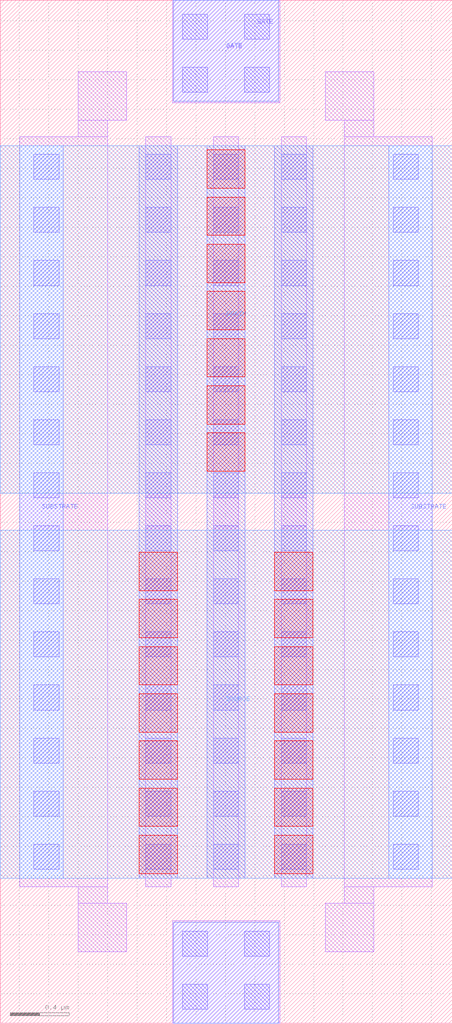
<source format=lef>
# Copyright 2020 The SkyWater PDK Authors
#
# Licensed under the Apache License, Version 2.0 (the "License");
# you may not use this file except in compliance with the License.
# You may obtain a copy of the License at
#
#     https://www.apache.org/licenses/LICENSE-2.0
#
# Unless required by applicable law or agreed to in writing, software
# distributed under the License is distributed on an "AS IS" BASIS,
# WITHOUT WARRANTIES OR CONDITIONS OF ANY KIND, either express or implied.
# See the License for the specific language governing permissions and
# limitations under the License.
#
# SPDX-License-Identifier: Apache-2.0

VERSION 5.7 ;
  NOWIREEXTENSIONATPIN ON ;
  DIVIDERCHAR "/" ;
  BUSBITCHARS "[]" ;
MACRO sky130_fd_pr__rf_nfet_01v8_lvt_cM02W5p00L0p18
  CLASS BLOCK ;
  FOREIGN sky130_fd_pr__rf_nfet_01v8_lvt_cM02W5p00L0p18 ;
  ORIGIN -0.070000  0.000000 ;
  SIZE  3.070000 BY  6.940000 ;
  PIN DRAIN
    ANTENNADIFFAREA  1.414000 ;
    PORT
      LAYER met2 ;
        RECT 0.070000 3.595000 3.140000 5.955000 ;
    END
  END DRAIN
  PIN GATE
    ANTENNAGATEAREA  1.818000 ;
    PORT
      LAYER li1 ;
        RECT 1.240000 0.000000 1.970000 0.695000 ;
        RECT 1.240000 6.245000 1.970000 6.940000 ;
      LAYER mcon ;
        RECT 1.310000 0.095000 1.480000 0.265000 ;
        RECT 1.310000 0.455000 1.480000 0.625000 ;
        RECT 1.310000 6.315000 1.480000 6.485000 ;
        RECT 1.310000 6.675000 1.480000 6.845000 ;
        RECT 1.730000 0.095000 1.900000 0.265000 ;
        RECT 1.730000 0.455000 1.900000 0.625000 ;
        RECT 1.730000 6.315000 1.900000 6.485000 ;
        RECT 1.730000 6.675000 1.900000 6.845000 ;
    END
    PORT
      LAYER met1 ;
        RECT 1.250000 0.000000 1.960000 0.685000 ;
        RECT 1.250000 6.255000 1.960000 6.940000 ;
    END
  END GATE
  PIN SOURCE
    ANTENNADIFFAREA  2.828000 ;
    PORT
      LAYER met2 ;
        RECT 0.070000 0.985000 3.140000 3.345000 ;
    END
  END SOURCE
  PIN SUBSTRATE
    ANTENNADIFFAREA  3.282500 ;
    ANTENNAGATEAREA  0.757500 ;
    PORT
      LAYER met1 ;
        RECT 0.205000 0.985000 0.500000 5.955000 ;
    END
    PORT
      LAYER met1 ;
        RECT 2.710000 0.985000 3.005000 5.955000 ;
    END
  END SUBSTRATE
  OBS
    LAYER li1 ;
      RECT 0.205000 0.925000 0.800000 6.015000 ;
      RECT 0.600000 0.485000 0.930000 0.815000 ;
      RECT 0.600000 0.815000 0.800000 0.925000 ;
      RECT 0.600000 6.015000 0.800000 6.125000 ;
      RECT 0.600000 6.125000 0.930000 6.455000 ;
      RECT 1.060000 0.925000 1.230000 6.015000 ;
      RECT 1.520000 0.925000 1.690000 6.015000 ;
      RECT 1.980000 0.925000 2.150000 6.015000 ;
      RECT 2.280000 0.485000 2.610000 0.815000 ;
      RECT 2.280000 6.125000 2.610000 6.455000 ;
      RECT 2.410000 0.815000 2.610000 0.925000 ;
      RECT 2.410000 0.925000 3.005000 6.015000 ;
      RECT 2.410000 6.015000 2.610000 6.125000 ;
    LAYER mcon ;
      RECT 0.300000 1.045000 0.470000 1.215000 ;
      RECT 0.300000 1.405000 0.470000 1.575000 ;
      RECT 0.300000 1.765000 0.470000 1.935000 ;
      RECT 0.300000 2.125000 0.470000 2.295000 ;
      RECT 0.300000 2.485000 0.470000 2.655000 ;
      RECT 0.300000 2.845000 0.470000 3.015000 ;
      RECT 0.300000 3.205000 0.470000 3.375000 ;
      RECT 0.300000 3.565000 0.470000 3.735000 ;
      RECT 0.300000 3.925000 0.470000 4.095000 ;
      RECT 0.300000 4.285000 0.470000 4.455000 ;
      RECT 0.300000 4.645000 0.470000 4.815000 ;
      RECT 0.300000 5.005000 0.470000 5.175000 ;
      RECT 0.300000 5.365000 0.470000 5.535000 ;
      RECT 0.300000 5.725000 0.470000 5.895000 ;
      RECT 1.060000 1.045000 1.230000 1.215000 ;
      RECT 1.060000 1.405000 1.230000 1.575000 ;
      RECT 1.060000 1.765000 1.230000 1.935000 ;
      RECT 1.060000 2.125000 1.230000 2.295000 ;
      RECT 1.060000 2.485000 1.230000 2.655000 ;
      RECT 1.060000 2.845000 1.230000 3.015000 ;
      RECT 1.060000 3.205000 1.230000 3.375000 ;
      RECT 1.060000 3.565000 1.230000 3.735000 ;
      RECT 1.060000 3.925000 1.230000 4.095000 ;
      RECT 1.060000 4.285000 1.230000 4.455000 ;
      RECT 1.060000 4.645000 1.230000 4.815000 ;
      RECT 1.060000 5.005000 1.230000 5.175000 ;
      RECT 1.060000 5.365000 1.230000 5.535000 ;
      RECT 1.060000 5.725000 1.230000 5.895000 ;
      RECT 1.520000 1.045000 1.690000 1.215000 ;
      RECT 1.520000 1.405000 1.690000 1.575000 ;
      RECT 1.520000 1.765000 1.690000 1.935000 ;
      RECT 1.520000 2.125000 1.690000 2.295000 ;
      RECT 1.520000 2.485000 1.690000 2.655000 ;
      RECT 1.520000 2.845000 1.690000 3.015000 ;
      RECT 1.520000 3.205000 1.690000 3.375000 ;
      RECT 1.520000 3.565000 1.690000 3.735000 ;
      RECT 1.520000 3.925000 1.690000 4.095000 ;
      RECT 1.520000 4.285000 1.690000 4.455000 ;
      RECT 1.520000 4.645000 1.690000 4.815000 ;
      RECT 1.520000 5.005000 1.690000 5.175000 ;
      RECT 1.520000 5.365000 1.690000 5.535000 ;
      RECT 1.520000 5.725000 1.690000 5.895000 ;
      RECT 1.980000 1.045000 2.150000 1.215000 ;
      RECT 1.980000 1.405000 2.150000 1.575000 ;
      RECT 1.980000 1.765000 2.150000 1.935000 ;
      RECT 1.980000 2.125000 2.150000 2.295000 ;
      RECT 1.980000 2.485000 2.150000 2.655000 ;
      RECT 1.980000 2.845000 2.150000 3.015000 ;
      RECT 1.980000 3.205000 2.150000 3.375000 ;
      RECT 1.980000 3.565000 2.150000 3.735000 ;
      RECT 1.980000 3.925000 2.150000 4.095000 ;
      RECT 1.980000 4.285000 2.150000 4.455000 ;
      RECT 1.980000 4.645000 2.150000 4.815000 ;
      RECT 1.980000 5.005000 2.150000 5.175000 ;
      RECT 1.980000 5.365000 2.150000 5.535000 ;
      RECT 1.980000 5.725000 2.150000 5.895000 ;
      RECT 2.740000 1.045000 2.910000 1.215000 ;
      RECT 2.740000 1.405000 2.910000 1.575000 ;
      RECT 2.740000 1.765000 2.910000 1.935000 ;
      RECT 2.740000 2.125000 2.910000 2.295000 ;
      RECT 2.740000 2.485000 2.910000 2.655000 ;
      RECT 2.740000 2.845000 2.910000 3.015000 ;
      RECT 2.740000 3.205000 2.910000 3.375000 ;
      RECT 2.740000 3.565000 2.910000 3.735000 ;
      RECT 2.740000 3.925000 2.910000 4.095000 ;
      RECT 2.740000 4.285000 2.910000 4.455000 ;
      RECT 2.740000 4.645000 2.910000 4.815000 ;
      RECT 2.740000 5.005000 2.910000 5.175000 ;
      RECT 2.740000 5.365000 2.910000 5.535000 ;
      RECT 2.740000 5.725000 2.910000 5.895000 ;
    LAYER met1 ;
      RECT 1.015000 0.985000 1.275000 5.955000 ;
      RECT 1.475000 0.985000 1.735000 5.955000 ;
      RECT 1.935000 0.985000 2.195000 5.955000 ;
    LAYER via ;
      RECT 1.015000 1.015000 1.275000 1.275000 ;
      RECT 1.015000 1.335000 1.275000 1.595000 ;
      RECT 1.015000 1.655000 1.275000 1.915000 ;
      RECT 1.015000 1.975000 1.275000 2.235000 ;
      RECT 1.015000 2.295000 1.275000 2.555000 ;
      RECT 1.015000 2.615000 1.275000 2.875000 ;
      RECT 1.015000 2.935000 1.275000 3.195000 ;
      RECT 1.475000 3.745000 1.735000 4.005000 ;
      RECT 1.475000 4.065000 1.735000 4.325000 ;
      RECT 1.475000 4.385000 1.735000 4.645000 ;
      RECT 1.475000 4.705000 1.735000 4.965000 ;
      RECT 1.475000 5.025000 1.735000 5.285000 ;
      RECT 1.475000 5.345000 1.735000 5.605000 ;
      RECT 1.475000 5.665000 1.735000 5.925000 ;
      RECT 1.935000 1.015000 2.195000 1.275000 ;
      RECT 1.935000 1.335000 2.195000 1.595000 ;
      RECT 1.935000 1.655000 2.195000 1.915000 ;
      RECT 1.935000 1.975000 2.195000 2.235000 ;
      RECT 1.935000 2.295000 2.195000 2.555000 ;
      RECT 1.935000 2.615000 2.195000 2.875000 ;
      RECT 1.935000 2.935000 2.195000 3.195000 ;
  END
END sky130_fd_pr__rf_nfet_01v8_lvt_cM02W5p00L0p18
END LIBRARY

</source>
